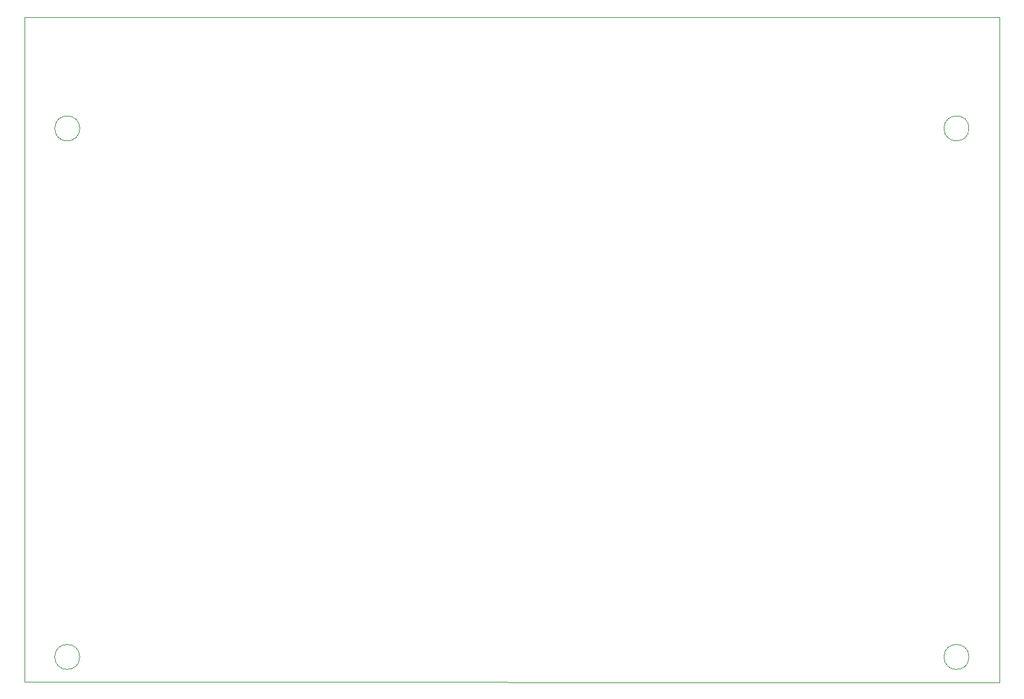
<source format=gbr>
%TF.GenerationSoftware,KiCad,Pcbnew,(5.1.6)-1*%
%TF.CreationDate,2020-10-19T15:42:45+08:00*%
%TF.ProjectId,sim,73696d2e-6b69-4636-9164-5f7063625858,rev?*%
%TF.SameCoordinates,Original*%
%TF.FileFunction,Profile,NP*%
%FSLAX46Y46*%
G04 Gerber Fmt 4.6, Leading zero omitted, Abs format (unit mm)*
G04 Created by KiCad (PCBNEW (5.1.6)-1) date 2020-10-19 15:42:45*
%MOMM*%
%LPD*%
G01*
G04 APERTURE LIST*
%TA.AperFunction,Profile*%
%ADD10C,0.050000*%
%TD*%
G04 APERTURE END LIST*
D10*
X59050000Y-42200000D02*
G75*
G03*
X59050000Y-42200000I-1600000J0D01*
G01*
X172650000Y-42200000D02*
G75*
G03*
X172650000Y-42200000I-1600000J0D01*
G01*
X172650000Y-109800000D02*
G75*
G03*
X172650000Y-109800000I-1600000J0D01*
G01*
X59050000Y-109800000D02*
G75*
G03*
X59050000Y-109800000I-1600000J0D01*
G01*
X176530000Y-113030000D02*
X52000000Y-113000000D01*
X176530000Y-27940000D02*
X176530000Y-113030000D01*
X52070000Y-27940000D02*
X176530000Y-27940000D01*
X52000000Y-28000000D02*
X52000000Y-113000000D01*
M02*

</source>
